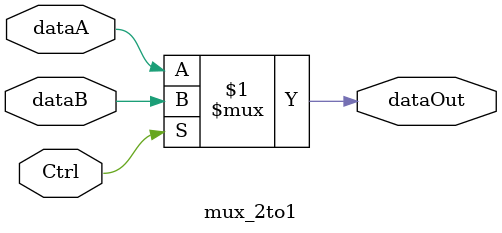
<source format=v>


module mux_2to1( dataA, dataB, Ctrl, dataOut );
// dataA = 尚未移動的資料, dataB = 移動後的資料 //

input dataA ;
input dataB ;
input Ctrl ;
output dataOut;

assign dataOut = (Ctrl) ? dataB : dataA ;

endmodule

</source>
